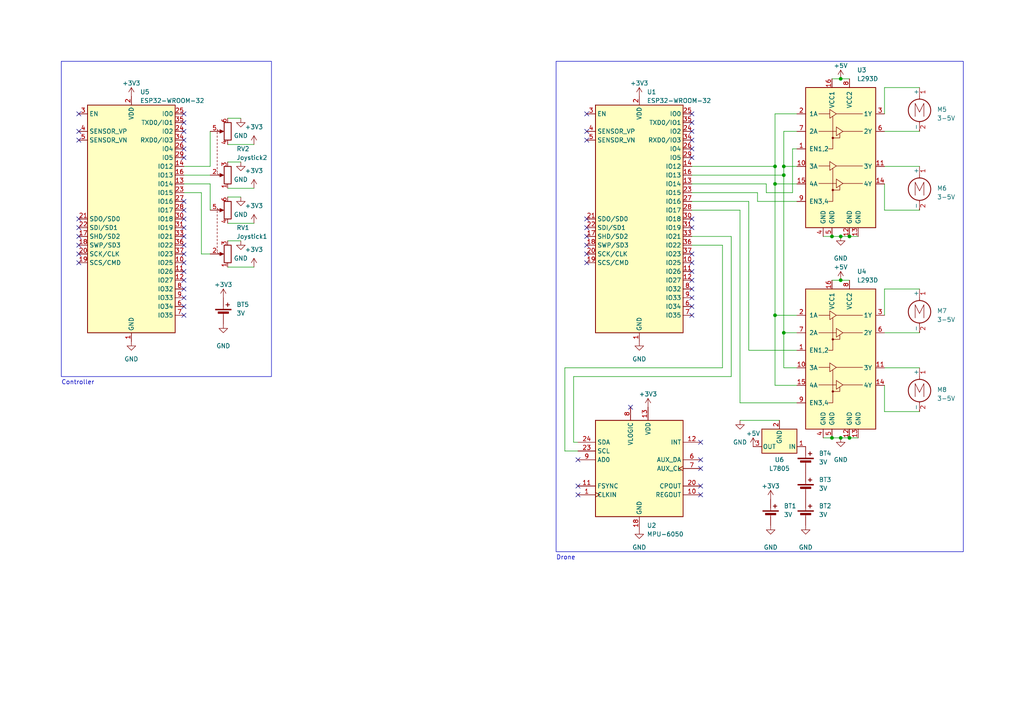
<source format=kicad_sch>
(kicad_sch (version 20230121) (generator eeschema)
  (paper "A4")
  (title_block (title "CheapCopter") (date "2023-10-20") (rev "0") (company "Filip Roček") (comment 1 "Initial drone and controller schematic"))
  (lib_symbols
    (symbol "Device:Battery_Cell" (pin_numbers hide) (pin_names (offset 0) hide)
      (property "Reference" "BT" (at 2.54 2.54 0))
      (property "Value" "Battery_Cell" (at 2.54 0 0))
      (symbol "Battery_Cell_0_1"
        (rectangle (start -2.286 1.778) (end 2.286 1.524) (fill (type outline)))
        (rectangle (start -1.524 1.016) (end 1.524 0.508) (fill (type outline)))
        (polyline (pts (xy 0 0.762) (xy 0 0)))
        (polyline (pts (xy 0 1.778) (xy 0 2.54)))
        (polyline (pts (xy 0.762 3.048) (xy 1.778 3.048)) (stroke (width 0.254)))
        (polyline (pts (xy 1.27 3.556) (xy 1.27 2.54)) (stroke (width 0.254)))
      )
      (symbol "Battery_Cell_1_1"
        (pin passive line (at 0 5.08 270) (length 2.54) (name "+") (number "1"))
        (pin passive line (at 0 -2.54 90) (length 2.54) (name "-") (number "2"))
      )
    )
    (symbol "Device:R_Potentiometer_Dual" (pin_names (offset 1.016) hide)
      (property "Reference" "RV" (at 0 3.81 0))
      (property "Value" "R_Potentiometer_Dual" (at 0 1.905 0))
      (symbol "R_Potentiometer_Dual_0_1"
        (rectangle (start -8.89 -1.524) (end -3.81 -3.556) (stroke (width 0.254)))
        (polyline (pts (xy -6.35 0) (xy -6.35 -1.016)))
        (polyline (pts (xy -6.35 0) (xy -6.35 -1.016)))
        (polyline (pts (xy -6.35 0) (xy -5.842 0.508)))
        (polyline (pts (xy -5.588 0.508) (xy -5.08 0.508)))
        (polyline (pts (xy -4.572 0.508) (xy -4.064 0.508)))
        (polyline (pts (xy -3.556 0.508) (xy -3.048 0.508)))
        (polyline (pts (xy -2.54 0.508) (xy -2.032 0.508)))
        (polyline (pts (xy -1.524 0.508) (xy -1.016 0.508)))
        (polyline (pts (xy -0.508 0.508) (xy 0 0.508)))
        (polyline (pts (xy 0.508 0.508) (xy 1.016 0.508)))
        (polyline (pts (xy 1.524 0.508) (xy 2.032 0.508)))
        (polyline (pts (xy 2.54 0.508) (xy 3.048 0.508)))
        (polyline (pts (xy 3.556 0.508) (xy 4.064 0.508)))
        (polyline (pts (xy 4.572 0.508) (xy 5.08 0.508)))
        (polyline (pts (xy 5.588 0.508) (xy 6.096 0.508)))
        (polyline (pts (xy 6.35 0) (xy 6.35 -1.016)))
        (polyline (pts (xy 6.35 0) (xy 6.35 -1.016)))
        (polyline (pts (xy 6.604 0.508) (xy 6.858 0.508) (xy 6.35 0)))
        (polyline (pts (xy -6.35 -1.397) (xy -6.858 -0.254) (xy -5.842 -0.254) (xy -6.35 -1.397)) (fill (type outline)))
        (polyline (pts (xy 6.35 -1.397) (xy 5.842 -0.254) (xy 6.858 -0.254) (xy 6.35 -1.397)) (fill (type outline)))
        (rectangle (start 3.81 -1.524) (end 8.89 -3.556) (stroke (width 0.254)))
      )
      (symbol "R_Potentiometer_Dual_1_1"
        (pin passive line (at -10.16 -2.54 0) (length 1.27) (name "1") (number "1"))
        (pin passive line (at -6.35 2.54 270) (length 2.54) (name "2") (number "2"))
        (pin passive line (at -2.54 -2.54 180) (length 1.27) (name "3") (number "3"))
        (pin passive line (at 2.54 -2.54 0) (length 1.27) (name "4") (number "4"))
        (pin passive line (at 6.35 2.54 270) (length 2.54) (name "5") (number "5"))
        (pin passive line (at 10.16 -2.54 180) (length 1.27) (name "6") (number "6"))
      )
    )
    (symbol "Driver_Motor:L293D" (pin_names (offset 1.016))
      (property "Reference" "U" (at -5.08 26.035 0))
      (property "Value" "L293D" (at -5.08 24.13 0))
      (symbol "L293D_0_1"
        (rectangle (start -10.16 22.86) (end 10.16 -17.78) (stroke (width 0.254)) (fill (type background)))
        (circle (center -2.286 -6.858) (radius 0.254) (fill (type outline)))
        (circle (center -2.286 8.255) (radius 0.254) (fill (type outline)))
        (polyline (pts (xy -6.35 -4.953) (xy -1.27 -4.953)))
        (polyline (pts (xy -6.35 0.127) (xy -3.175 0.127)))
        (polyline (pts (xy -6.35 10.16) (xy -1.27 10.16)))
        (polyline (pts (xy -6.35 15.24) (xy -3.175 15.24)))
        (polyline (pts (xy -1.27 0.127) (xy 6.35 0.127)))
        (polyline (pts (xy -1.27 15.24) (xy 6.35 15.24)))
        (polyline (pts (xy 0.635 -4.953) (xy 6.35 -4.953)))
        (polyline (pts (xy 0.635 10.16) (xy 6.35 10.16)))
        (polyline (pts (xy -2.286 -6.858) (xy -0.254 -6.858) (xy -0.254 -5.588)))
        (polyline (pts (xy -2.286 -0.635) (xy -2.286 -10.16) (xy -3.556 -10.16)))
        (polyline (pts (xy -2.286 8.255) (xy -0.254 8.255) (xy -0.254 9.525)))
        (polyline (pts (xy -2.286 14.478) (xy -2.286 5.08) (xy -3.556 5.08)))
        (polyline (pts (xy -3.175 1.397) (xy -3.175 -1.143) (xy -1.27 0.127) (xy -3.175 1.397)))
        (polyline (pts (xy -3.175 16.51) (xy -3.175 13.97) (xy -1.27 15.24) (xy -3.175 16.51)))
        (polyline (pts (xy -1.27 -3.683) (xy -1.27 -6.223) (xy 0.635 -4.953) (xy -1.27 -3.683)))
        (polyline (pts (xy -1.27 11.43) (xy -1.27 8.89) (xy 0.635 10.16) (xy -1.27 11.43)))
      )
      (symbol "L293D_1_1"
        (pin input line (at -12.7 5.08 0) (length 2.54) (name "EN1,2") (number "1"))
        (pin input line (at -12.7 0 0) (length 2.54) (name "3A") (number "10"))
        (pin output line (at 12.7 0 180) (length 2.54) (name "3Y") (number "11"))
        (pin power_out line (at 2.54 -20.32 90) (length 2.54) (name "GND") (number "12"))
        (pin power_out line (at 5.08 -20.32 90) (length 2.54) (name "GND") (number "13"))
        (pin output line (at 12.7 -5.08 180) (length 2.54) (name "4Y") (number "14"))
        (pin input line (at -12.7 -5.08 0) (length 2.54) (name "4A") (number "15"))
        (pin power_in line (at -2.54 25.4 270) (length 2.54) (name "VCC1") (number "16"))
        (pin input line (at -12.7 15.24 0) (length 2.54) (name "1A") (number "2"))
        (pin output line (at 12.7 15.24 180) (length 2.54) (name "1Y") (number "3"))
        (pin power_out line (at -5.08 -20.32 90) (length 2.54) (name "GND") (number "4"))
        (pin power_out line (at -2.54 -20.32 90) (length 2.54) (name "GND") (number "5"))
        (pin output line (at 12.7 10.16 180) (length 2.54) (name "2Y") (number "6"))
        (pin input line (at -12.7 10.16 0) (length 2.54) (name "2A") (number "7"))
        (pin power_in line (at 2.54 25.4 270) (length 2.54) (name "VCC2") (number "8"))
        (pin input line (at -12.7 -10.16 0) (length 2.54) (name "EN3,4") (number "9"))
      )
    )
    (symbol "L293D_1" (pin_names (offset 1.016))
      (property "Reference" "U" (at -5.08 26.035 0))
      (property "Value" "L293D" (at -5.08 24.13 0))
      (symbol "L293D_1_0_1"
        (rectangle (start -10.16 22.86) (end 10.16 -17.78) (stroke (width 0.254)) (fill (type background)))
        (circle (center -2.286 -6.858) (radius 0.254) (fill (type outline)))
        (circle (center -2.286 8.255) (radius 0.254) (fill (type outline)))
        (polyline (pts (xy -6.35 -4.953) (xy -1.27 -4.953)))
        (polyline (pts (xy -6.35 0.127) (xy -3.175 0.127)))
        (polyline (pts (xy -6.35 10.16) (xy -1.27 10.16)))
        (polyline (pts (xy -6.35 15.24) (xy -3.175 15.24)))
        (polyline (pts (xy -1.27 0.127) (xy 6.35 0.127)))
        (polyline (pts (xy -1.27 15.24) (xy 6.35 15.24)))
        (polyline (pts (xy 0.635 -4.953) (xy 6.35 -4.953)))
        (polyline (pts (xy 0.635 10.16) (xy 6.35 10.16)))
        (polyline (pts (xy -2.286 -6.858) (xy -0.254 -6.858) (xy -0.254 -5.588)))
        (polyline (pts (xy -2.286 -0.635) (xy -2.286 -10.16) (xy -3.556 -10.16)))
        (polyline (pts (xy -2.286 8.255) (xy -0.254 8.255) (xy -0.254 9.525)))
        (polyline (pts (xy -2.286 14.478) (xy -2.286 5.08) (xy -3.556 5.08)))
        (polyline (pts (xy -3.175 1.397) (xy -3.175 -1.143) (xy -1.27 0.127) (xy -3.175 1.397)))
        (polyline (pts (xy -3.175 16.51) (xy -3.175 13.97) (xy -1.27 15.24) (xy -3.175 16.51)))
        (polyline (pts (xy -1.27 -3.683) (xy -1.27 -6.223) (xy 0.635 -4.953) (xy -1.27 -3.683)))
        (polyline (pts (xy -1.27 11.43) (xy -1.27 8.89) (xy 0.635 10.16) (xy -1.27 11.43)))
      )
      (symbol "L293D_1_1_1"
        (pin input line (at -12.7 5.08 0) (length 2.54) (name "EN1,2") (number "1"))
        (pin input line (at -12.7 0 0) (length 2.54) (name "3A") (number "10"))
        (pin output line (at 12.7 0 180) (length 2.54) (name "3Y") (number "11"))
        (pin power_out line (at 2.54 -20.32 90) (length 2.54) (name "GND") (number "12"))
        (pin power_out line (at 5.08 -20.32 90) (length 2.54) (name "GND") (number "13"))
        (pin output line (at 12.7 -5.08 180) (length 2.54) (name "4Y") (number "14"))
        (pin input line (at -12.7 -5.08 0) (length 2.54) (name "4A") (number "15"))
        (pin power_in line (at -2.54 25.4 270) (length 2.54) (name "VCC1") (number "16"))
        (pin input line (at -12.7 15.24 0) (length 2.54) (name "1A") (number "2"))
        (pin output line (at 12.7 15.24 180) (length 2.54) (name "1Y") (number "3"))
        (pin power_out line (at -5.08 -20.32 90) (length 2.54) (name "GND") (number "4"))
        (pin power_out line (at -2.54 -20.32 90) (length 2.54) (name "GND") (number "5"))
        (pin output line (at 12.7 10.16 180) (length 2.54) (name "2Y") (number "6"))
        (pin input line (at -12.7 10.16 0) (length 2.54) (name "2A") (number "7"))
        (pin power_in line (at 2.54 25.4 270) (length 2.54) (name "VCC2") (number "8"))
        (pin input line (at -12.7 -10.16 0) (length 2.54) (name "EN3,4") (number "9"))
      )
    )
    (symbol "Motor:Motor_DC" (pin_names (offset 0))
      (property "Reference" "M" (at 2.54 2.54 0))
      (property "Value" "Motor_DC" (at 2.54 -5.08 0))
      (symbol "Motor_DC_0_0"
        (polyline (pts (xy -1.27 -3.302) (xy -1.27 0.508) (xy 0 -2.032) (xy 1.27 0.508) (xy 1.27 -3.302)))
      )
      (symbol "Motor_DC_0_1"
        (circle (center 0 -1.524) (radius 3.2512) (stroke (width 0.254)))
        (polyline (pts (xy 0 -7.62) (xy 0 -7.112)))
        (polyline (pts (xy 0 -4.7752) (xy 0 -5.1816)))
        (polyline (pts (xy 0 1.7272) (xy 0 2.0828)))
        (polyline (pts (xy 0 2.032) (xy 0 2.54)))
      )
      (symbol "Motor_DC_1_1"
        (pin passive line (at 0 5.08 270) (length 2.54) (name "+") (number "1"))
        (pin passive line (at 0 -7.62 90) (length 2.54) (name "-") (number "2"))
      )
    )
    (symbol "RF_Module:ESP32-WROOM-32"
      (property "Reference" "U" (at -12.7 34.29 0))
      (property "Value" "ESP32-WROOM-32" (at 1.27 34.29 0))
      (symbol "ESP32-WROOM-32_0_1"
        (rectangle (start -12.7 33.02) (end 12.7 -33.02) (stroke (width 0.254)) (fill (type background)))
      )
      (symbol "ESP32-WROOM-32_1_1"
        (pin power_in line (at 0 -35.56 90) (length 2.54) (name "GND") (number "1"))
        (pin bidirectional line (at 15.24 -12.7 180) (length 2.54) (name "IO25") (number "10"))
        (pin bidirectional line (at 15.24 -15.24 180) (length 2.54) (name "IO26") (number "11"))
        (pin bidirectional line (at 15.24 -17.78 180) (length 2.54) (name "IO27") (number "12"))
        (pin bidirectional line (at 15.24 10.16 180) (length 2.54) (name "IO14") (number "13"))
        (pin bidirectional line (at 15.24 15.24 180) (length 2.54) (name "IO12") (number "14"))
        (pin passive line (at 0 -35.56 90) (length 2.54) hide (name "GND") (number "15"))
        (pin bidirectional line (at 15.24 12.7 180) (length 2.54) (name "IO13") (number "16"))
        (pin bidirectional line (at -15.24 -5.08 0) (length 2.54) (name "SHD/SD2") (number "17"))
        (pin bidirectional line (at -15.24 -7.62 0) (length 2.54) (name "SWP/SD3") (number "18"))
        (pin bidirectional line (at -15.24 -12.7 0) (length 2.54) (name "SCS/CMD") (number "19"))
        (pin power_in line (at 0 35.56 270) (length 2.54) (name "VDD") (number "2"))
        (pin bidirectional line (at -15.24 -10.16 0) (length 2.54) (name "SCK/CLK") (number "20"))
        (pin bidirectional line (at -15.24 0 0) (length 2.54) (name "SDO/SD0") (number "21"))
        (pin bidirectional line (at -15.24 -2.54 0) (length 2.54) (name "SDI/SD1") (number "22"))
        (pin bidirectional line (at 15.24 7.62 180) (length 2.54) (name "IO15") (number "23"))
        (pin bidirectional line (at 15.24 25.4 180) (length 2.54) (name "IO2") (number "24"))
        (pin bidirectional line (at 15.24 30.48 180) (length 2.54) (name "IO0") (number "25"))
        (pin bidirectional line (at 15.24 20.32 180) (length 2.54) (name "IO4") (number "26"))
        (pin bidirectional line (at 15.24 5.08 180) (length 2.54) (name "IO16") (number "27"))
        (pin bidirectional line (at 15.24 2.54 180) (length 2.54) (name "IO17") (number "28"))
        (pin bidirectional line (at 15.24 17.78 180) (length 2.54) (name "IO5") (number "29"))
        (pin input line (at -15.24 30.48 0) (length 2.54) (name "EN") (number "3"))
        (pin bidirectional line (at 15.24 0 180) (length 2.54) (name "IO18") (number "30"))
        (pin bidirectional line (at 15.24 -2.54 180) (length 2.54) (name "IO19") (number "31"))
        (pin no_connect line (at -12.7 -27.94 0) (length 2.54) hide (name "NC") (number "32"))
        (pin bidirectional line (at 15.24 -5.08 180) (length 2.54) (name "IO21") (number "33"))
        (pin bidirectional line (at 15.24 22.86 180) (length 2.54) (name "RXD0/IO3") (number "34"))
        (pin bidirectional line (at 15.24 27.94 180) (length 2.54) (name "TXD0/IO1") (number "35"))
        (pin bidirectional line (at 15.24 -7.62 180) (length 2.54) (name "IO22") (number "36"))
        (pin bidirectional line (at 15.24 -10.16 180) (length 2.54) (name "IO23") (number "37"))
        (pin passive line (at 0 -35.56 90) (length 2.54) hide (name "GND") (number "38"))
        (pin passive line (at 0 -35.56 90) (length 2.54) hide (name "GND") (number "39"))
        (pin input line (at -15.24 25.4 0) (length 2.54) (name "SENSOR_VP") (number "4"))
        (pin input line (at -15.24 22.86 0) (length 2.54) (name "SENSOR_VN") (number "5"))
        (pin input line (at 15.24 -25.4 180) (length 2.54) (name "IO34") (number "6"))
        (pin input line (at 15.24 -27.94 180) (length 2.54) (name "IO35") (number "7"))
        (pin bidirectional line (at 15.24 -20.32 180) (length 2.54) (name "IO32") (number "8"))
        (pin bidirectional line (at 15.24 -22.86 180) (length 2.54) (name "IO33") (number "9"))
      )
    )
    (symbol "Regulator_Linear:L7805" (pin_names (offset 0.254))
      (property "Reference" "U" (at -3.81 3.175 0))
      (property "Value" "L7805" (at 0 3.175 0))
      (symbol "L7805_0_1"
        (rectangle (start -5.08 1.905) (end 5.08 -5.08) (stroke (width 0.254)) (fill (type background)))
      )
      (symbol "L7805_1_1"
        (pin power_in line (at -7.62 0 0) (length 2.54) (name "IN") (number "1"))
        (pin power_in line (at 0 -7.62 90) (length 2.54) (name "GND") (number "2"))
        (pin power_out line (at 7.62 0 180) (length 2.54) (name "OUT") (number "3"))
      )
    )
    (symbol "Sensor_Motion:MPU-6050"
      (property "Reference" "U" (at -11.43 13.97 0))
      (property "Value" "MPU-6050" (at 7.62 -15.24 0))
      (symbol "MPU-6050_0_0"
        (text "" (at 12.7 -2.54 0) (effects (font (size 1.27 1.27))))
      )
      (symbol "MPU-6050_0_1"
        (rectangle (start -12.7 13.97) (end 12.7 -13.97) (stroke (width 0.254)) (fill (type background)))
      )
      (symbol "MPU-6050_1_1"
        (pin input clock (at -17.78 -7.62 0) (length 5.08) (name "CLKIN") (number "1"))
        (pin passive line (at 17.78 -7.62 180) (length 5.08) (name "REGOUT") (number "10"))
        (pin input line (at -17.78 -5.08 0) (length 5.08) (name "FSYNC") (number "11"))
        (pin output line (at 17.78 7.62 180) (length 5.08) (name "INT") (number "12"))
        (pin power_in line (at 2.54 17.78 270) (length 3.81) (name "VDD") (number "13"))
        (pin no_connect line (at -12.7 -10.16 0) (length 2.54) hide (name "NC") (number "14"))
        (pin no_connect line (at 12.7 12.7 180) (length 2.54) hide (name "NC") (number "15"))
        (pin no_connect line (at 12.7 10.16 180) (length 2.54) hide (name "NC") (number "16"))
        (pin no_connect line (at 12.7 5.08 180) (length 2.54) hide (name "NC") (number "17"))
        (pin power_out line (at 0 -17.78 90) (length 3.81) (name "GND") (number "18"))
        (pin no_connect line (at 12.7 -10.16 180) (length 2.54) hide (name "RESV") (number "19"))
        (pin no_connect line (at -12.7 12.7 0) (length 2.54) hide (name "NC") (number "2"))
        (pin passive line (at 17.78 -5.08 180) (length 5.08) (name "CPOUT") (number "20"))
        (pin no_connect line (at 12.7 -2.54 180) (length 2.54) hide (name "RESV") (number "21"))
        (pin no_connect line (at 12.7 -12.7 180) (length 2.54) hide (name "RESV") (number "22"))
        (pin input line (at -17.78 5.08 0) (length 5.08) (name "SCL") (number "23"))
        (pin bidirectional line (at -17.78 7.62 0) (length 5.08) (name "SDA") (number "24"))
        (pin no_connect line (at -12.7 10.16 0) (length 2.54) hide (name "NC") (number "3"))
        (pin no_connect line (at -12.7 0 0) (length 2.54) hide (name "NC") (number "4"))
        (pin no_connect line (at -12.7 -2.54 0) (length 2.54) hide (name "NC") (number "5"))
        (pin bidirectional line (at 17.78 2.54 180) (length 5.08) (name "AUX_DA") (number "6"))
        (pin output clock (at 17.78 0 180) (length 5.08) (name "AUX_CL") (number "7"))
        (pin power_in line (at -2.54 17.78 270) (length 3.81) (name "VLOGIC") (number "8"))
        (pin input line (at -17.78 2.54 0) (length 5.08) (name "AD0") (number "9"))
      )
    )
    (symbol "power:+3V3" (power) (pin_names (offset 0))
      (property "Value" "+3V3" (at 0 3.556 0))
      (symbol "+3V3_0_1"
        (polyline (pts (xy -0.762 1.27) (xy 0 2.54)))
        (polyline (pts (xy 0 0) (xy 0 2.54)))
        (polyline (pts (xy 0 2.54) (xy 0.762 1.27)))
      )
      (symbol "+3V3_1_1"
        (pin power_in line (at 0 0 90) (length 0) hide (name "+3V3") (number "1"))
      )
    )
    (symbol "power:+5V" (power) (pin_names (offset 0))
      (property "Value" "+5V" (at 0 3.556 0))
      (symbol "+5V_0_1"
        (polyline (pts (xy -0.762 1.27) (xy 0 2.54)))
        (polyline (pts (xy 0 0) (xy 0 2.54)))
        (polyline (pts (xy 0 2.54) (xy 0.762 1.27)))
      )
      (symbol "+5V_1_1"
        (pin power_in line (at 0 0 90) (length 0) hide (name "+5V") (number "1"))
      )
    )
    (symbol "power:GND" (power) (pin_names (offset 0))
      (property "Value" "GND" (at 0 -3.81 0))
      (symbol "GND_0_1"
        (polyline (pts (xy 0 0) (xy 0 -1.27) (xy 1.27 -1.27) (xy 0 -2.54) (xy -1.27 -1.27) (xy 0 -1.27)))
      )
      (symbol "GND_1_1"
        (pin power_in line (at 0 0 270) (length 0) hide (name "GND") (number "1"))
      )
    )
  )
  (junction (at 241.3 127))
  (junction (at 246.38 68.58))
  (junction (at 224.79 91.44))
  (junction (at 241.3 68.58))
  (junction (at 224.79 53.34))
  (junction (at 243.84 22.86))
  (junction (at 227.33 48.26))
  (junction (at 227.33 96.52))
  (junction (at 227.33 50.8))
  (junction (at 246.38 127))
  (junction (at 243.84 68.58))
  (junction (at 224.79 48.26))
  (junction (at 243.84 127))
  (junction (at 243.84 81.28))
  (no_connect (at 22.86 66.04))
  (no_connect (at 22.86 40.64))
  (no_connect (at 22.86 68.58))
  (no_connect (at 200.66 91.44))
  (no_connect (at 203.2 128.27))
  (no_connect (at 53.34 68.58))
  (no_connect (at 200.66 43.18))
  (no_connect (at 53.34 43.18))
  (no_connect (at 170.18 40.64))
  (no_connect (at 170.18 73.66))
  (no_connect (at 170.18 33.02))
  (no_connect (at 170.18 71.12))
  (no_connect (at 53.34 88.9))
  (no_connect (at 200.66 76.2))
  (no_connect (at 200.66 66.04))
  (no_connect (at 200.66 45.72))
  (no_connect (at 53.34 86.36))
  (no_connect (at 53.34 63.5))
  (no_connect (at 53.34 78.74))
  (no_connect (at 170.18 63.5))
  (no_connect (at 200.66 78.74))
  (no_connect (at 167.64 143.51))
  (no_connect (at 170.18 38.1))
  (no_connect (at 53.34 33.02))
  (no_connect (at 200.66 81.28))
  (no_connect (at 53.34 66.04))
  (no_connect (at 53.34 38.1))
  (no_connect (at 200.66 73.66))
  (no_connect (at 200.66 86.36))
  (no_connect (at 53.34 81.28))
  (no_connect (at 53.34 58.42))
  (no_connect (at 53.34 40.64))
  (no_connect (at 170.18 76.2))
  (no_connect (at 200.66 63.5))
  (no_connect (at 203.2 143.51))
  (no_connect (at 200.66 40.64))
  (no_connect (at 53.34 60.96))
  (no_connect (at 22.86 38.1))
  (no_connect (at 22.86 76.2))
  (no_connect (at 22.86 63.5))
  (no_connect (at 53.34 83.82))
  (no_connect (at 182.88 118.11))
  (no_connect (at 170.18 66.04))
  (no_connect (at 53.34 76.2))
  (no_connect (at 200.66 35.56))
  (no_connect (at 200.66 88.9))
  (no_connect (at 167.64 133.35))
  (no_connect (at 53.34 35.56))
  (no_connect (at 53.34 91.44))
  (no_connect (at 200.66 38.1))
  (no_connect (at 203.2 135.89))
  (no_connect (at 200.66 83.82))
  (no_connect (at 200.66 33.02))
  (no_connect (at 53.34 45.72))
  (no_connect (at 22.86 71.12))
  (no_connect (at 53.34 73.66))
  (no_connect (at 53.34 71.12))
  (no_connect (at 22.86 73.66))
  (no_connect (at 170.18 68.58))
  (no_connect (at 167.64 140.97))
  (no_connect (at 203.2 140.97))
  (no_connect (at 203.2 133.35))
  (no_connect (at 22.86 33.02))
  (wire (pts (xy 66.04 64.77) (xy 73.66 64.77)))
  (wire (pts (xy 224.79 33.02) (xy 231.14 33.02)))
  (wire (pts (xy 256.54 96.52) (xy 266.7 96.52)))
  (wire (pts (xy 200.66 50.8) (xy 227.33 50.8)))
  (wire (pts (xy 224.79 48.26) (xy 224.79 53.34)))
  (wire (pts (xy 224.79 53.34) (xy 231.14 53.34)))
  (wire (pts (xy 241.3 68.58) (xy 243.84 68.58)))
  (wire (pts (xy 229.87 43.18) (xy 231.14 43.18)))
  (wire (pts (xy 256.54 106.68) (xy 266.7 106.68)))
  (wire (pts (xy 227.33 106.68) (xy 231.14 106.68)))
  (wire (pts (xy 66.04 69.85) (xy 69.85 69.85)))
  (wire (pts (xy 224.79 48.26) (xy 224.79 33.02)))
  (wire (pts (xy 219.71 58.42) (xy 231.14 58.42)))
  (wire (pts (xy 227.33 38.1) (xy 231.14 38.1)))
  (wire (pts (xy 256.54 119.38) (xy 266.7 119.38)))
  (wire (pts (xy 166.37 128.27) (xy 167.64 128.27)))
  (wire (pts (xy 227.33 50.8) (xy 227.33 96.52)))
  (wire (pts (xy 60.96 38.1) (xy 60.96 48.26)))
  (wire (pts (xy 219.71 55.88) (xy 219.71 58.42)))
  (wire (pts (xy 256.54 91.44) (xy 256.54 83.82)))
  (wire (pts (xy 58.42 73.66) (xy 58.42 55.88)))
  (wire (pts (xy 217.17 58.42) (xy 217.17 101.6)))
  (wire (pts (xy 256.54 83.82) (xy 266.7 83.82)))
  (wire (pts (xy 60.96 48.26) (xy 53.34 48.26)))
  (wire (pts (xy 163.83 130.81) (xy 167.64 130.81)))
  (wire (pts (xy 256.54 38.1) (xy 266.7 38.1)))
  (wire (pts (xy 241.3 127) (xy 243.84 127)))
  (wire (pts (xy 246.38 68.58) (xy 248.92 68.58)))
  (wire (pts (xy 227.33 48.26) (xy 231.14 48.26)))
  (wire (pts (xy 163.83 106.68) (xy 163.83 130.81)))
  (wire (pts (xy 200.66 68.58) (xy 212.09 68.58)))
  (wire (pts (xy 227.33 50.8) (xy 227.33 48.26)))
  (wire (pts (xy 66.04 41.91) (xy 73.66 41.91)))
  (wire (pts (xy 227.33 96.52) (xy 231.14 96.52)))
  (wire (pts (xy 256.54 25.4) (xy 266.7 25.4)))
  (wire (pts (xy 66.04 54.61) (xy 73.66 54.61)))
  (wire (pts (xy 227.33 96.52) (xy 227.33 106.68)))
  (wire (pts (xy 200.66 71.12) (xy 209.55 71.12)))
  (wire (pts (xy 243.84 127) (xy 246.38 127)))
  (wire (pts (xy 209.55 106.68) (xy 163.83 106.68)))
  (wire (pts (xy 256.54 33.02) (xy 256.54 25.4)))
  (wire (pts (xy 227.33 48.26) (xy 227.33 38.1)))
  (wire (pts (xy 53.34 50.8) (xy 60.96 50.8)))
  (wire (pts (xy 209.55 71.12) (xy 209.55 106.68)))
  (wire (pts (xy 246.38 127) (xy 248.92 127)))
  (wire (pts (xy 241.3 22.86) (xy 243.84 22.86)))
  (wire (pts (xy 212.09 109.22) (xy 166.37 109.22)))
  (wire (pts (xy 60.96 73.66) (xy 58.42 73.66)))
  (wire (pts (xy 243.84 81.28) (xy 246.38 81.28)))
  (wire (pts (xy 217.17 101.6) (xy 231.14 101.6)))
  (wire (pts (xy 60.96 60.96) (xy 60.96 53.34)))
  (wire (pts (xy 222.25 55.88) (xy 229.87 55.88)))
  (wire (pts (xy 222.25 53.34) (xy 222.25 55.88)))
  (wire (pts (xy 166.37 109.22) (xy 166.37 128.27)))
  (wire (pts (xy 243.84 68.58) (xy 246.38 68.58)))
  (wire (pts (xy 214.63 116.84) (xy 214.63 60.96)))
  (wire (pts (xy 238.76 127) (xy 241.3 127)))
  (wire (pts (xy 224.79 53.34) (xy 224.79 91.44)))
  (wire (pts (xy 66.04 77.47) (xy 73.66 77.47)))
  (wire (pts (xy 256.54 111.76) (xy 256.54 119.38)))
  (wire (pts (xy 66.04 57.15) (xy 69.85 57.15)))
  (wire (pts (xy 214.63 60.96) (xy 200.66 60.96)))
  (wire (pts (xy 212.09 68.58) (xy 212.09 109.22)))
  (wire (pts (xy 200.66 58.42) (xy 217.17 58.42)))
  (wire (pts (xy 66.04 46.99) (xy 69.85 46.99)))
  (wire (pts (xy 256.54 48.26) (xy 266.7 48.26)))
  (wire (pts (xy 53.34 53.34) (xy 60.96 53.34)))
  (wire (pts (xy 256.54 53.34) (xy 256.54 60.96)))
  (wire (pts (xy 214.63 121.92) (xy 226.06 121.92)))
  (wire (pts (xy 224.79 91.44) (xy 224.79 111.76)))
  (wire (pts (xy 53.34 55.88) (xy 58.42 55.88)))
  (wire (pts (xy 229.87 55.88) (xy 229.87 43.18)))
  (wire (pts (xy 200.66 48.26) (xy 224.79 48.26)))
  (wire (pts (xy 243.84 22.86) (xy 246.38 22.86)))
  (wire (pts (xy 231.14 91.44) (xy 224.79 91.44)))
  (wire (pts (xy 66.04 34.29) (xy 69.85 34.29)))
  (wire (pts (xy 238.76 68.58) (xy 241.3 68.58)))
  (wire (pts (xy 200.66 53.34) (xy 222.25 53.34)))
  (wire (pts (xy 200.66 55.88) (xy 219.71 55.88)))
  (wire (pts (xy 224.79 111.76) (xy 231.14 111.76)))
  (wire (pts (xy 256.54 60.96) (xy 266.7 60.96)))
  (wire (pts (xy 241.3 81.28) (xy 243.84 81.28)))
  (wire (pts (xy 231.14 116.84) (xy 214.63 116.84)))
  (rectangle (start 17.78 17.78) (end 78.74 109.22))
  (rectangle (start 161.29 17.78) (end 279.4 160.02))
  (text "Controller" (at 17.78 111.76 0) (effects (font (size 1.27 1.27)) (justify left bottom)))
  (text "Drone" (at 161.29 162.56 0) (effects (font (size 1.27 1.27)) (justify left bottom)))
  (symbol (lib_id "power:GND") (at 214.63 121.92 0) (unit 1)
    (property "Reference" "#PWR025" (effects hide))
    (property "Value" "GND" (at 214.63 128.27 0))
  )
  (symbol (lib_id "Device:R_Potentiometer_Dual") (at 63.5 67.31 90) (unit 1)
    (property "Reference" "RV1" (at 68.58 66.04 90) (effects (justify right)))
    (property "Value" "Joystick1" (at 68.58 68.58 90) (effects (justify right)))
  )
  (symbol (lib_id "power:+3V3") (at 73.66 41.91 0) (unit 1)
    (property "Reference" "#PWR011" (effects hide))
    (property "Value" "+3V3" (at 73.66 36.83 0))
  )
  (symbol (lib_id "Device:Battery_Cell") (at 233.68 134.62 0) (unit 1)
    (property "Reference" "BT4" (at 237.49 131.5085 0) (effects (justify left)))
    (property "Value" "3V" (at 237.49 134.0485 0) (effects (justify left)))
    (property "Footprint" "Battery:BatteryHolder_Keystone_103_1x20mm" (effects hide))
  )
  (symbol (lib_id "power:GND") (at 243.84 68.58 0) (unit 1)
    (property "Reference" "#PWR020" (effects hide))
    (property "Value" "GND" (at 243.84 74.93 0))
  )
  (symbol (lib_id "power:+3V3") (at 223.52 144.78 0) (unit 1)
    (property "Reference" "#PWR023" (effects hide))
    (property "Value" "+3V3" (at 223.52 140.97 0))
  )
  (symbol (lib_id "Device:Battery_Cell") (at 64.77 91.44 0) (unit 1)
    (property "Reference" "BT5" (at 68.58 88.3285 0) (effects (justify left)))
    (property "Value" "3V" (at 68.58 90.8685 0) (effects (justify left)))
  )
  (symbol (lib_id "Device:Battery_Cell") (at 223.52 149.86 0) (unit 1)
    (property "Reference" "BT1" (at 227.33 146.7485 0) (effects (justify left)))
    (property "Value" "3V" (at 227.33 149.2885 0) (effects (justify left)))
    (property "Footprint" "Battery:BatteryHolder_Keystone_103_1x20mm" (effects hide))
  )
  (symbol (lib_id "power:GND") (at 69.85 57.15 0) (unit 1)
    (property "Reference" "#PWR06" (effects hide))
    (property "Value" "GND" (at 69.85 62.23 0))
  )
  (symbol (lib_id "Sensor_Motion:MPU-6050") (at 185.42 135.89 0) (unit 1)
    (property "Reference" "U2" (at 187.6141 152.4 0) (effects (justify left)))
    (property "Value" "MPU-6050" (at 187.6141 154.94 0) (effects (justify left)))
    (property "Footprint" "Sensor_Motion:InvenSense_QFN-24_4x4mm_P0.5mm" (effects hide))
    (property "Datasheet" "https://invensense.tdk.com/wp-content/uploads/2015/02/MPU-6000-Datasheet1.pdf" (effects hide))
  )
  (symbol (lib_id "Device:Battery_Cell") (at 233.68 142.24 0) (unit 1)
    (property "Reference" "BT3" (at 237.49 139.1285 0) (effects (justify left)))
    (property "Value" "3V" (at 237.49 141.6685 0) (effects (justify left)))
    (property "Footprint" "Battery:BatteryHolder_Keystone_103_1x20mm" (effects hide))
  )
  (symbol (lib_id "power:GND") (at 64.77 93.98 0) (unit 1)
    (property "Reference" "#PWR015" (effects hide))
    (property "Value" "GND" (at 64.77 100.33 0))
  )
  (symbol (lib_id "power:GND") (at 233.68 152.4 0) (unit 1)
    (property "Reference" "#PWR022" (effects hide))
    (property "Value" "GND" (at 233.68 158.75 0))
  )
  (symbol (lib_id "power:+3V3") (at 64.77 86.36 0) (unit 1)
    (property "Reference" "#PWR014" (effects hide))
    (property "Value" "+3V3" (at 64.77 82.55 0))
  )
  (symbol (lib_id "Device:R_Potentiometer_Dual") (at 63.5 44.45 90) (unit 1)
    (property "Reference" "RV2" (at 68.58 43.18 90) (effects (justify right)))
    (property "Value" "Joystick2" (at 68.58 45.72 90) (effects (justify right)))
  )
  (symbol (lib_id "power:+5V") (at 218.44 129.54 0) (unit 1)
    (property "Reference" "#PWR024" (effects hide))
    (property "Value" "+5V" (at 218.44 125.73 0))
  )
  (symbol (lib_id "power:+3V3") (at 73.66 64.77 0) (unit 1)
    (property "Reference" "#PWR07" (effects hide))
    (property "Value" "+3V3" (at 73.66 59.69 0))
  )
  (symbol (lib_id "Motor:Motor_DC") (at 266.7 53.34 0) (unit 1)
    (property "Reference" "M6" (at 271.78 54.61 0) (effects (justify left)))
    (property "Value" "3-5V" (at 271.78 57.15 0) (effects (justify left)))
    (property "Footprint" "Connector_JST:JST_XH_B2B-XH-A_1x02_P2.50mm_Vertical" (effects hide))
  )
  (symbol (lib_id "Motor:Motor_DC") (at 266.7 30.48 0) (unit 1)
    (property "Reference" "M5" (at 271.78 31.75 0) (effects (justify left)))
    (property "Value" "3-5V" (at 271.78 34.29 0) (effects (justify left)))
    (property "Footprint" "Connector_JST:JST_XH_B2B-XH-A_1x02_P2.50mm_Vertical" (effects hide))
  )
  (symbol (lib_id "Device:Battery_Cell") (at 233.68 149.86 0) (unit 1)
    (property "Reference" "BT2" (at 237.49 146.7485 0) (effects (justify left)))
    (property "Value" "3V" (at 237.49 149.2885 0) (effects (justify left)))
    (property "Footprint" "Battery:BatteryHolder_Keystone_103_1x20mm" (effects hide))
  )
  (symbol (lib_id "RF_Module:ESP32-WROOM-32") (at 185.42 63.5 0) (unit 1)
    (property "Reference" "U1" (at 187.6141 26.67 0) (effects (justify left)))
    (property "Value" "ESP32-WROOM-32" (at 187.6141 29.21 0) (effects (justify left)))
    (property "Footprint" "RF_Module:ESP32-WROOM-32" (effects hide))
    (property "Datasheet" "https://www.espressif.com/sites/default/files/documentation/esp32-wroom-32_datasheet_en.pdf" (effects hide))
  )
  (symbol (lib_id "power:+5V") (at 243.84 81.28 0) (unit 1)
    (property "Reference" "#PWR018" (effects hide))
    (property "Value" "+5V" (at 243.84 77.47 0))
  )
  (symbol (lib_id "power:GND") (at 243.84 127 0) (unit 1)
    (property "Reference" "#PWR019" (effects hide))
    (property "Value" "GND" (at 243.84 133.35 0))
  )
  (symbol (lib_id "power:GND") (at 185.42 153.67 0) (unit 1)
    (property "Reference" "#PWR01" (effects hide))
    (property "Value" "GND" (at 185.42 158.75 0))
  )
  (symbol (lib_id "power:GND") (at 69.85 34.29 0) (unit 1)
    (property "Reference" "#PWR010" (effects hide))
    (property "Value" "GND" (at 69.85 39.37 0))
  )
  (symbol (lib_id "power:+5V") (at 243.84 22.86 0) (unit 1)
    (property "Reference" "#PWR016" (effects hide))
    (property "Value" "+5V" (at 243.84 19.05 0))
  )
  (symbol (lib_id "power:+3V3") (at 73.66 77.47 0) (unit 1)
    (property "Reference" "#PWR05" (effects hide))
    (property "Value" "+3V3" (at 73.66 72.39 0))
  )
  (symbol (lib_id "Motor:Motor_DC") (at 266.7 88.9 0) (unit 1)
    (property "Reference" "M7" (at 271.78 90.17 0) (effects (justify left)))
    (property "Value" "3-5V" (at 271.78 92.71 0) (effects (justify left)))
    (property "Footprint" "Connector_JST:JST_XH_B2B-XH-A_1x02_P2.50mm_Vertical" (effects hide))
  )
  (symbol (lib_id "power:GND") (at 38.1 99.06 0) (unit 1)
    (property "Reference" "#PWR013" (effects hide))
    (property "Value" "GND" (at 38.1 104.14 0))
  )
  (symbol (lib_id "power:GND") (at 223.52 152.4 0) (unit 1)
    (property "Reference" "#PWR021" (effects hide))
    (property "Value" "GND" (at 223.52 158.75 0))
  )
  (symbol (lib_id "Driver_Motor:L293D") (at 243.84 106.68 0) (unit 1)
    (property "Reference" "U4" (at 248.5741 78.74 0) (effects (justify left)))
    (property "Value" "L293D" (at 248.5741 81.28 0) (effects (justify left)))
    (property "Footprint" "Package_DIP:DIP-16_W7.62mm" (effects hide))
    (property "Datasheet" "http://www.ti.com/lit/ds/symlink/l293.pdf" (effects hide))
  )
  (symbol (lib_id "power:GND") (at 69.85 69.85 0) (unit 1)
    (property "Reference" "#PWR04" (effects hide))
    (property "Value" "GND" (at 69.85 74.93 0))
  )
  (symbol (lib_id "RF_Module:ESP32-WROOM-32") (at 38.1 63.5 0) (unit 1)
    (property "Reference" "U5" (at 40.64 26.67 0) (effects (justify left)))
    (property "Value" "ESP32-WROOM-32" (at 40.64 29.21 0) (effects (justify left)))
    (property "Footprint" "RF_Module:ESP32-WROOM-32" (effects hide))
    (property "Datasheet" "https://www.espressif.com/sites/default/files/documentation/esp32-wroom-32_datasheet_en.pdf" (effects hide))
  )
  (symbol (lib_id "power:+3V3") (at 185.42 27.94 0) (unit 1)
    (property "Reference" "#PWR017" (effects hide))
    (property "Value" "+3V3" (at 185.42 24.13 0))
  )
  (symbol (lib_id "Regulator_Linear:L7805") (at 226.06 129.54 180) (unit 1)
    (property "Reference" "U6" (at 226.06 133.35 0))
    (property "Value" "L7805" (at 226.06 135.89 0))
    (property "Footprint" "Transformer_THT:TO255P1020X450X2000-3" (effects hide))
    (property "Datasheet" "http://www.st.com/content/ccc/resource/technical/document/datasheet/41/4f/b3/b0/12/d4/47/88/CD00000444.pdf/files/CD00000444.pdf/jcr:content/translations/en.CD00000444.pdf" (effects hide))
  )
  (symbol (lib_id "power:+3V3") (at 73.66 54.61 0) (unit 1)
    (property "Reference" "#PWR09" (effects hide))
    (property "Value" "+3V3" (at 73.66 49.53 0))
  )
  (symbol (lib_id "power:GND") (at 185.42 99.06 0) (unit 1)
    (property "Reference" "#PWR03" (effects hide))
    (property "Value" "GND" (at 185.42 104.14 0))
  )
  (symbol (lib_id "power:+3V3") (at 187.96 118.11 0) (unit 1)
    (property "Reference" "#PWR02" (effects hide))
    (property "Value" "+3V3" (at 187.96 114.3 0))
  )
  (symbol (lib_name "L293D_1") (lib_id "Driver_Motor:L293D") (at 243.84 48.26 0) (unit 1)
    (property "Reference" "U3" (at 248.5741 20.32 0) (effects (justify left)))
    (property "Value" "L293D" (at 248.5741 22.86 0) (effects (justify left)))
    (property "Footprint" "Package_DIP:DIP-16_W7.62mm" (effects hide))
    (property "Datasheet" "http://www.ti.com/lit/ds/symlink/l293.pdf" (effects hide))
  )
  (symbol (lib_id "power:+3V3") (at 38.1 27.94 0) (unit 1)
    (property "Reference" "#PWR012" (effects hide))
    (property "Value" "+3V3" (at 38.1 24.13 0))
  )
  (symbol (lib_id "power:GND") (at 69.85 46.99 0) (unit 1)
    (property "Reference" "#PWR08" (effects hide))
    (property "Value" "GND" (at 69.85 52.07 0))
  )
  (symbol (lib_id "Motor:Motor_DC") (at 266.7 111.76 0) (unit 1)
    (property "Reference" "M8" (at 271.78 113.03 0) (effects (justify left)))
    (property "Value" "3-5V" (at 271.78 115.57 0) (effects (justify left)))
    (property "Footprint" "Connector_JST:JST_XH_B2B-XH-A_1x02_P2.50mm_Vertical" (effects hide))
  )
)
</source>
